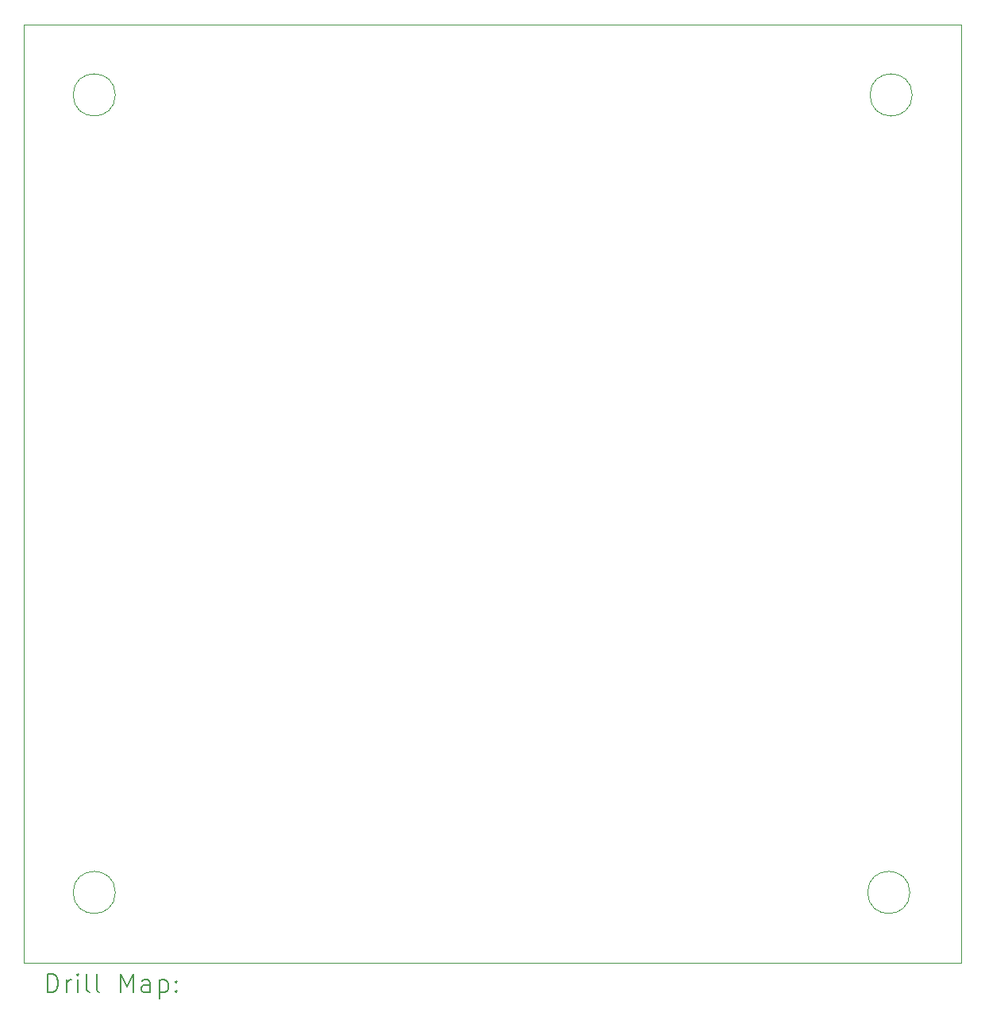
<source format=gbr>
%TF.GenerationSoftware,KiCad,Pcbnew,6.0.7+dfsg-1build1*%
%TF.CreationDate,2023-04-07T12:24:45-07:00*%
%TF.ProjectId,Quad_Motor_Driver,51756164-5f4d-46f7-946f-725f44726976,rev?*%
%TF.SameCoordinates,Original*%
%TF.FileFunction,Drillmap*%
%TF.FilePolarity,Positive*%
%FSLAX45Y45*%
G04 Gerber Fmt 4.5, Leading zero omitted, Abs format (unit mm)*
G04 Created by KiCad (PCBNEW 6.0.7+dfsg-1build1) date 2023-04-07 12:24:45*
%MOMM*%
%LPD*%
G01*
G04 APERTURE LIST*
%ADD10C,0.100000*%
%ADD11C,0.200000*%
G04 APERTURE END LIST*
D10*
X1994400Y-12037500D02*
X1994400Y-2037500D01*
X2969400Y-2787500D02*
G75*
G03*
X2969400Y-2787500I-225000J0D01*
G01*
X11994400Y-2037500D02*
X11994400Y-12037500D01*
X11444400Y-11287500D02*
G75*
G03*
X11444400Y-11287500I-225000J0D01*
G01*
X11469400Y-2787500D02*
G75*
G03*
X11469400Y-2787500I-225000J0D01*
G01*
X2969400Y-11287500D02*
G75*
G03*
X2969400Y-11287500I-225000J0D01*
G01*
X11994400Y-12037500D02*
X1994400Y-12037500D01*
X1994400Y-2037500D02*
X11994400Y-2037500D01*
D11*
X2247019Y-12352976D02*
X2247019Y-12152976D01*
X2294638Y-12152976D01*
X2323210Y-12162500D01*
X2342257Y-12181548D01*
X2351781Y-12200595D01*
X2361305Y-12238690D01*
X2361305Y-12267262D01*
X2351781Y-12305357D01*
X2342257Y-12324405D01*
X2323210Y-12343452D01*
X2294638Y-12352976D01*
X2247019Y-12352976D01*
X2447019Y-12352976D02*
X2447019Y-12219643D01*
X2447019Y-12257738D02*
X2456543Y-12238690D01*
X2466067Y-12229167D01*
X2485114Y-12219643D01*
X2504162Y-12219643D01*
X2570829Y-12352976D02*
X2570829Y-12219643D01*
X2570829Y-12152976D02*
X2561305Y-12162500D01*
X2570829Y-12172024D01*
X2580352Y-12162500D01*
X2570829Y-12152976D01*
X2570829Y-12172024D01*
X2694638Y-12352976D02*
X2675590Y-12343452D01*
X2666067Y-12324405D01*
X2666067Y-12152976D01*
X2799400Y-12352976D02*
X2780352Y-12343452D01*
X2770829Y-12324405D01*
X2770829Y-12152976D01*
X3027971Y-12352976D02*
X3027971Y-12152976D01*
X3094638Y-12295833D01*
X3161305Y-12152976D01*
X3161305Y-12352976D01*
X3342257Y-12352976D02*
X3342257Y-12248214D01*
X3332733Y-12229167D01*
X3313686Y-12219643D01*
X3275590Y-12219643D01*
X3256543Y-12229167D01*
X3342257Y-12343452D02*
X3323209Y-12352976D01*
X3275590Y-12352976D01*
X3256543Y-12343452D01*
X3247019Y-12324405D01*
X3247019Y-12305357D01*
X3256543Y-12286309D01*
X3275590Y-12276786D01*
X3323209Y-12276786D01*
X3342257Y-12267262D01*
X3437495Y-12219643D02*
X3437495Y-12419643D01*
X3437495Y-12229167D02*
X3456543Y-12219643D01*
X3494638Y-12219643D01*
X3513686Y-12229167D01*
X3523209Y-12238690D01*
X3532733Y-12257738D01*
X3532733Y-12314881D01*
X3523209Y-12333928D01*
X3513686Y-12343452D01*
X3494638Y-12352976D01*
X3456543Y-12352976D01*
X3437495Y-12343452D01*
X3618448Y-12333928D02*
X3627971Y-12343452D01*
X3618448Y-12352976D01*
X3608924Y-12343452D01*
X3618448Y-12333928D01*
X3618448Y-12352976D01*
X3618448Y-12229167D02*
X3627971Y-12238690D01*
X3618448Y-12248214D01*
X3608924Y-12238690D01*
X3618448Y-12229167D01*
X3618448Y-12248214D01*
M02*

</source>
